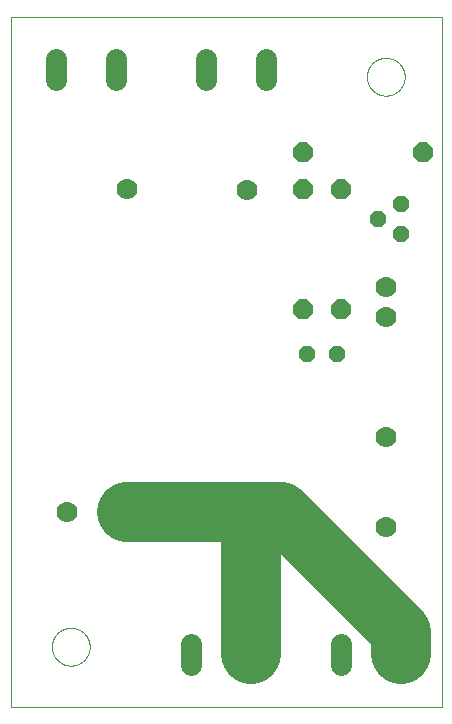
<source format=gtl>
G75*
%MOIN*%
%OFA0B0*%
%FSLAX25Y25*%
%IPPOS*%
%LPD*%
%AMOC8*
5,1,8,0,0,1.08239X$1,22.5*
%
%ADD10C,0.00000*%
%ADD11C,0.07050*%
%ADD12C,0.07000*%
%ADD13OC8,0.05200*%
%ADD14OC8,0.06600*%
%ADD15C,0.20000*%
D10*
X0006800Y0001000D02*
X0006800Y0230961D01*
X0150501Y0230961D01*
X0150501Y0001000D01*
X0006800Y0001000D01*
X0020501Y0021000D02*
X0020503Y0021158D01*
X0020509Y0021316D01*
X0020519Y0021474D01*
X0020533Y0021632D01*
X0020551Y0021789D01*
X0020572Y0021946D01*
X0020598Y0022102D01*
X0020628Y0022258D01*
X0020661Y0022413D01*
X0020699Y0022566D01*
X0020740Y0022719D01*
X0020785Y0022871D01*
X0020834Y0023022D01*
X0020887Y0023171D01*
X0020943Y0023319D01*
X0021003Y0023465D01*
X0021067Y0023610D01*
X0021135Y0023753D01*
X0021206Y0023895D01*
X0021280Y0024035D01*
X0021358Y0024172D01*
X0021440Y0024308D01*
X0021524Y0024442D01*
X0021613Y0024573D01*
X0021704Y0024702D01*
X0021799Y0024829D01*
X0021896Y0024954D01*
X0021997Y0025076D01*
X0022101Y0025195D01*
X0022208Y0025312D01*
X0022318Y0025426D01*
X0022431Y0025537D01*
X0022546Y0025646D01*
X0022664Y0025751D01*
X0022785Y0025853D01*
X0022908Y0025953D01*
X0023034Y0026049D01*
X0023162Y0026142D01*
X0023292Y0026232D01*
X0023425Y0026318D01*
X0023560Y0026402D01*
X0023696Y0026481D01*
X0023835Y0026558D01*
X0023976Y0026630D01*
X0024118Y0026700D01*
X0024262Y0026765D01*
X0024408Y0026827D01*
X0024555Y0026885D01*
X0024704Y0026940D01*
X0024854Y0026991D01*
X0025005Y0027038D01*
X0025157Y0027081D01*
X0025310Y0027120D01*
X0025465Y0027156D01*
X0025620Y0027187D01*
X0025776Y0027215D01*
X0025932Y0027239D01*
X0026089Y0027259D01*
X0026247Y0027275D01*
X0026404Y0027287D01*
X0026563Y0027295D01*
X0026721Y0027299D01*
X0026879Y0027299D01*
X0027037Y0027295D01*
X0027196Y0027287D01*
X0027353Y0027275D01*
X0027511Y0027259D01*
X0027668Y0027239D01*
X0027824Y0027215D01*
X0027980Y0027187D01*
X0028135Y0027156D01*
X0028290Y0027120D01*
X0028443Y0027081D01*
X0028595Y0027038D01*
X0028746Y0026991D01*
X0028896Y0026940D01*
X0029045Y0026885D01*
X0029192Y0026827D01*
X0029338Y0026765D01*
X0029482Y0026700D01*
X0029624Y0026630D01*
X0029765Y0026558D01*
X0029904Y0026481D01*
X0030040Y0026402D01*
X0030175Y0026318D01*
X0030308Y0026232D01*
X0030438Y0026142D01*
X0030566Y0026049D01*
X0030692Y0025953D01*
X0030815Y0025853D01*
X0030936Y0025751D01*
X0031054Y0025646D01*
X0031169Y0025537D01*
X0031282Y0025426D01*
X0031392Y0025312D01*
X0031499Y0025195D01*
X0031603Y0025076D01*
X0031704Y0024954D01*
X0031801Y0024829D01*
X0031896Y0024702D01*
X0031987Y0024573D01*
X0032076Y0024442D01*
X0032160Y0024308D01*
X0032242Y0024172D01*
X0032320Y0024035D01*
X0032394Y0023895D01*
X0032465Y0023753D01*
X0032533Y0023610D01*
X0032597Y0023465D01*
X0032657Y0023319D01*
X0032713Y0023171D01*
X0032766Y0023022D01*
X0032815Y0022871D01*
X0032860Y0022719D01*
X0032901Y0022566D01*
X0032939Y0022413D01*
X0032972Y0022258D01*
X0033002Y0022102D01*
X0033028Y0021946D01*
X0033049Y0021789D01*
X0033067Y0021632D01*
X0033081Y0021474D01*
X0033091Y0021316D01*
X0033097Y0021158D01*
X0033099Y0021000D01*
X0033097Y0020842D01*
X0033091Y0020684D01*
X0033081Y0020526D01*
X0033067Y0020368D01*
X0033049Y0020211D01*
X0033028Y0020054D01*
X0033002Y0019898D01*
X0032972Y0019742D01*
X0032939Y0019587D01*
X0032901Y0019434D01*
X0032860Y0019281D01*
X0032815Y0019129D01*
X0032766Y0018978D01*
X0032713Y0018829D01*
X0032657Y0018681D01*
X0032597Y0018535D01*
X0032533Y0018390D01*
X0032465Y0018247D01*
X0032394Y0018105D01*
X0032320Y0017965D01*
X0032242Y0017828D01*
X0032160Y0017692D01*
X0032076Y0017558D01*
X0031987Y0017427D01*
X0031896Y0017298D01*
X0031801Y0017171D01*
X0031704Y0017046D01*
X0031603Y0016924D01*
X0031499Y0016805D01*
X0031392Y0016688D01*
X0031282Y0016574D01*
X0031169Y0016463D01*
X0031054Y0016354D01*
X0030936Y0016249D01*
X0030815Y0016147D01*
X0030692Y0016047D01*
X0030566Y0015951D01*
X0030438Y0015858D01*
X0030308Y0015768D01*
X0030175Y0015682D01*
X0030040Y0015598D01*
X0029904Y0015519D01*
X0029765Y0015442D01*
X0029624Y0015370D01*
X0029482Y0015300D01*
X0029338Y0015235D01*
X0029192Y0015173D01*
X0029045Y0015115D01*
X0028896Y0015060D01*
X0028746Y0015009D01*
X0028595Y0014962D01*
X0028443Y0014919D01*
X0028290Y0014880D01*
X0028135Y0014844D01*
X0027980Y0014813D01*
X0027824Y0014785D01*
X0027668Y0014761D01*
X0027511Y0014741D01*
X0027353Y0014725D01*
X0027196Y0014713D01*
X0027037Y0014705D01*
X0026879Y0014701D01*
X0026721Y0014701D01*
X0026563Y0014705D01*
X0026404Y0014713D01*
X0026247Y0014725D01*
X0026089Y0014741D01*
X0025932Y0014761D01*
X0025776Y0014785D01*
X0025620Y0014813D01*
X0025465Y0014844D01*
X0025310Y0014880D01*
X0025157Y0014919D01*
X0025005Y0014962D01*
X0024854Y0015009D01*
X0024704Y0015060D01*
X0024555Y0015115D01*
X0024408Y0015173D01*
X0024262Y0015235D01*
X0024118Y0015300D01*
X0023976Y0015370D01*
X0023835Y0015442D01*
X0023696Y0015519D01*
X0023560Y0015598D01*
X0023425Y0015682D01*
X0023292Y0015768D01*
X0023162Y0015858D01*
X0023034Y0015951D01*
X0022908Y0016047D01*
X0022785Y0016147D01*
X0022664Y0016249D01*
X0022546Y0016354D01*
X0022431Y0016463D01*
X0022318Y0016574D01*
X0022208Y0016688D01*
X0022101Y0016805D01*
X0021997Y0016924D01*
X0021896Y0017046D01*
X0021799Y0017171D01*
X0021704Y0017298D01*
X0021613Y0017427D01*
X0021524Y0017558D01*
X0021440Y0017692D01*
X0021358Y0017828D01*
X0021280Y0017965D01*
X0021206Y0018105D01*
X0021135Y0018247D01*
X0021067Y0018390D01*
X0021003Y0018535D01*
X0020943Y0018681D01*
X0020887Y0018829D01*
X0020834Y0018978D01*
X0020785Y0019129D01*
X0020740Y0019281D01*
X0020699Y0019434D01*
X0020661Y0019587D01*
X0020628Y0019742D01*
X0020598Y0019898D01*
X0020572Y0020054D01*
X0020551Y0020211D01*
X0020533Y0020368D01*
X0020519Y0020526D01*
X0020509Y0020684D01*
X0020503Y0020842D01*
X0020501Y0021000D01*
X0125501Y0211000D02*
X0125503Y0211158D01*
X0125509Y0211316D01*
X0125519Y0211474D01*
X0125533Y0211632D01*
X0125551Y0211789D01*
X0125572Y0211946D01*
X0125598Y0212102D01*
X0125628Y0212258D01*
X0125661Y0212413D01*
X0125699Y0212566D01*
X0125740Y0212719D01*
X0125785Y0212871D01*
X0125834Y0213022D01*
X0125887Y0213171D01*
X0125943Y0213319D01*
X0126003Y0213465D01*
X0126067Y0213610D01*
X0126135Y0213753D01*
X0126206Y0213895D01*
X0126280Y0214035D01*
X0126358Y0214172D01*
X0126440Y0214308D01*
X0126524Y0214442D01*
X0126613Y0214573D01*
X0126704Y0214702D01*
X0126799Y0214829D01*
X0126896Y0214954D01*
X0126997Y0215076D01*
X0127101Y0215195D01*
X0127208Y0215312D01*
X0127318Y0215426D01*
X0127431Y0215537D01*
X0127546Y0215646D01*
X0127664Y0215751D01*
X0127785Y0215853D01*
X0127908Y0215953D01*
X0128034Y0216049D01*
X0128162Y0216142D01*
X0128292Y0216232D01*
X0128425Y0216318D01*
X0128560Y0216402D01*
X0128696Y0216481D01*
X0128835Y0216558D01*
X0128976Y0216630D01*
X0129118Y0216700D01*
X0129262Y0216765D01*
X0129408Y0216827D01*
X0129555Y0216885D01*
X0129704Y0216940D01*
X0129854Y0216991D01*
X0130005Y0217038D01*
X0130157Y0217081D01*
X0130310Y0217120D01*
X0130465Y0217156D01*
X0130620Y0217187D01*
X0130776Y0217215D01*
X0130932Y0217239D01*
X0131089Y0217259D01*
X0131247Y0217275D01*
X0131404Y0217287D01*
X0131563Y0217295D01*
X0131721Y0217299D01*
X0131879Y0217299D01*
X0132037Y0217295D01*
X0132196Y0217287D01*
X0132353Y0217275D01*
X0132511Y0217259D01*
X0132668Y0217239D01*
X0132824Y0217215D01*
X0132980Y0217187D01*
X0133135Y0217156D01*
X0133290Y0217120D01*
X0133443Y0217081D01*
X0133595Y0217038D01*
X0133746Y0216991D01*
X0133896Y0216940D01*
X0134045Y0216885D01*
X0134192Y0216827D01*
X0134338Y0216765D01*
X0134482Y0216700D01*
X0134624Y0216630D01*
X0134765Y0216558D01*
X0134904Y0216481D01*
X0135040Y0216402D01*
X0135175Y0216318D01*
X0135308Y0216232D01*
X0135438Y0216142D01*
X0135566Y0216049D01*
X0135692Y0215953D01*
X0135815Y0215853D01*
X0135936Y0215751D01*
X0136054Y0215646D01*
X0136169Y0215537D01*
X0136282Y0215426D01*
X0136392Y0215312D01*
X0136499Y0215195D01*
X0136603Y0215076D01*
X0136704Y0214954D01*
X0136801Y0214829D01*
X0136896Y0214702D01*
X0136987Y0214573D01*
X0137076Y0214442D01*
X0137160Y0214308D01*
X0137242Y0214172D01*
X0137320Y0214035D01*
X0137394Y0213895D01*
X0137465Y0213753D01*
X0137533Y0213610D01*
X0137597Y0213465D01*
X0137657Y0213319D01*
X0137713Y0213171D01*
X0137766Y0213022D01*
X0137815Y0212871D01*
X0137860Y0212719D01*
X0137901Y0212566D01*
X0137939Y0212413D01*
X0137972Y0212258D01*
X0138002Y0212102D01*
X0138028Y0211946D01*
X0138049Y0211789D01*
X0138067Y0211632D01*
X0138081Y0211474D01*
X0138091Y0211316D01*
X0138097Y0211158D01*
X0138099Y0211000D01*
X0138097Y0210842D01*
X0138091Y0210684D01*
X0138081Y0210526D01*
X0138067Y0210368D01*
X0138049Y0210211D01*
X0138028Y0210054D01*
X0138002Y0209898D01*
X0137972Y0209742D01*
X0137939Y0209587D01*
X0137901Y0209434D01*
X0137860Y0209281D01*
X0137815Y0209129D01*
X0137766Y0208978D01*
X0137713Y0208829D01*
X0137657Y0208681D01*
X0137597Y0208535D01*
X0137533Y0208390D01*
X0137465Y0208247D01*
X0137394Y0208105D01*
X0137320Y0207965D01*
X0137242Y0207828D01*
X0137160Y0207692D01*
X0137076Y0207558D01*
X0136987Y0207427D01*
X0136896Y0207298D01*
X0136801Y0207171D01*
X0136704Y0207046D01*
X0136603Y0206924D01*
X0136499Y0206805D01*
X0136392Y0206688D01*
X0136282Y0206574D01*
X0136169Y0206463D01*
X0136054Y0206354D01*
X0135936Y0206249D01*
X0135815Y0206147D01*
X0135692Y0206047D01*
X0135566Y0205951D01*
X0135438Y0205858D01*
X0135308Y0205768D01*
X0135175Y0205682D01*
X0135040Y0205598D01*
X0134904Y0205519D01*
X0134765Y0205442D01*
X0134624Y0205370D01*
X0134482Y0205300D01*
X0134338Y0205235D01*
X0134192Y0205173D01*
X0134045Y0205115D01*
X0133896Y0205060D01*
X0133746Y0205009D01*
X0133595Y0204962D01*
X0133443Y0204919D01*
X0133290Y0204880D01*
X0133135Y0204844D01*
X0132980Y0204813D01*
X0132824Y0204785D01*
X0132668Y0204761D01*
X0132511Y0204741D01*
X0132353Y0204725D01*
X0132196Y0204713D01*
X0132037Y0204705D01*
X0131879Y0204701D01*
X0131721Y0204701D01*
X0131563Y0204705D01*
X0131404Y0204713D01*
X0131247Y0204725D01*
X0131089Y0204741D01*
X0130932Y0204761D01*
X0130776Y0204785D01*
X0130620Y0204813D01*
X0130465Y0204844D01*
X0130310Y0204880D01*
X0130157Y0204919D01*
X0130005Y0204962D01*
X0129854Y0205009D01*
X0129704Y0205060D01*
X0129555Y0205115D01*
X0129408Y0205173D01*
X0129262Y0205235D01*
X0129118Y0205300D01*
X0128976Y0205370D01*
X0128835Y0205442D01*
X0128696Y0205519D01*
X0128560Y0205598D01*
X0128425Y0205682D01*
X0128292Y0205768D01*
X0128162Y0205858D01*
X0128034Y0205951D01*
X0127908Y0206047D01*
X0127785Y0206147D01*
X0127664Y0206249D01*
X0127546Y0206354D01*
X0127431Y0206463D01*
X0127318Y0206574D01*
X0127208Y0206688D01*
X0127101Y0206805D01*
X0126997Y0206924D01*
X0126896Y0207046D01*
X0126799Y0207171D01*
X0126704Y0207298D01*
X0126613Y0207427D01*
X0126524Y0207558D01*
X0126440Y0207692D01*
X0126358Y0207828D01*
X0126280Y0207965D01*
X0126206Y0208105D01*
X0126135Y0208247D01*
X0126067Y0208390D01*
X0126003Y0208535D01*
X0125943Y0208681D01*
X0125887Y0208829D01*
X0125834Y0208978D01*
X0125785Y0209129D01*
X0125740Y0209281D01*
X0125699Y0209434D01*
X0125661Y0209587D01*
X0125628Y0209742D01*
X0125598Y0209898D01*
X0125572Y0210054D01*
X0125551Y0210211D01*
X0125533Y0210368D01*
X0125519Y0210526D01*
X0125509Y0210684D01*
X0125503Y0210842D01*
X0125501Y0211000D01*
D11*
X0091800Y0209975D02*
X0091800Y0217025D01*
X0071800Y0217025D02*
X0071800Y0209975D01*
X0041800Y0209975D02*
X0041800Y0217025D01*
X0021800Y0217025D02*
X0021800Y0209975D01*
X0066800Y0022025D02*
X0066800Y0014975D01*
X0086800Y0014975D02*
X0086800Y0022025D01*
X0116800Y0022025D02*
X0116800Y0014975D01*
X0136800Y0014975D02*
X0136800Y0022025D01*
D12*
X0131800Y0061000D03*
X0131800Y0091000D03*
X0131800Y0131000D03*
X0131800Y0141000D03*
X0085402Y0173205D03*
X0045402Y0173717D03*
X0045402Y0066000D03*
X0025402Y0066000D03*
D13*
X0105550Y0118500D03*
X0115550Y0118500D03*
X0136800Y0158500D03*
X0136800Y0168500D03*
X0129300Y0163500D03*
D14*
X0116800Y0173500D03*
X0104300Y0173500D03*
X0104300Y0186000D03*
X0104300Y0133500D03*
X0116800Y0133500D03*
X0144300Y0186000D03*
D15*
X0096800Y0066000D02*
X0086800Y0066000D01*
X0086800Y0018500D01*
X0086800Y0066000D02*
X0045402Y0066000D01*
X0096800Y0066000D02*
X0136800Y0026000D01*
X0136800Y0018500D01*
M02*

</source>
